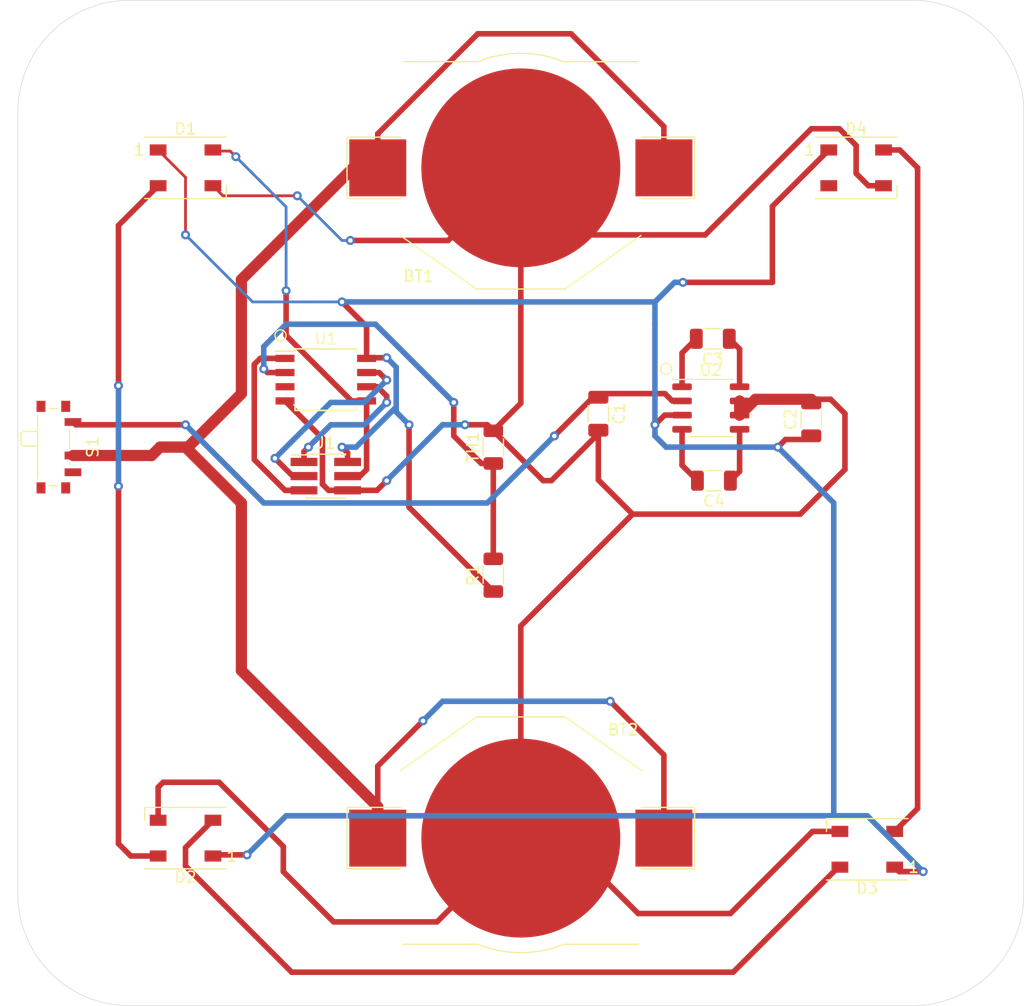
<source format=kicad_pcb>
(kicad_pcb (version 20171130) (host pcbnew "(5.1.8)-1")

  (general
    (thickness 1.6)
    (drawings 10)
    (tracks 227)
    (zones 0)
    (modules 16)
    (nets 20)
  )

  (page A4)
  (title_block
    (title "NeoPixel Coaster")
    (date 2021-01-24)
    (rev A)
    (comment 4 "Sebastian From")
  )

  (layers
    (0 F.Cu signal)
    (31 B.Cu signal)
    (32 B.Adhes user)
    (33 F.Adhes user)
    (34 B.Paste user)
    (35 F.Paste user)
    (36 B.SilkS user)
    (37 F.SilkS user)
    (38 B.Mask user)
    (39 F.Mask user)
    (40 Dwgs.User user)
    (41 Cmts.User user)
    (42 Eco1.User user)
    (43 Eco2.User user)
    (44 Edge.Cuts user)
    (45 Margin user)
    (46 B.CrtYd user)
    (47 F.CrtYd user)
    (48 B.Fab user)
    (49 F.Fab user)
  )

  (setup
    (last_trace_width 0.5)
    (user_trace_width 0.5)
    (user_trace_width 1)
    (trace_clearance 0.2)
    (zone_clearance 0.508)
    (zone_45_only no)
    (trace_min 0.1524)
    (via_size 0.8)
    (via_drill 0.4)
    (via_min_size 0.6858)
    (via_min_drill 0.3302)
    (uvia_size 0.8)
    (uvia_drill 0.4)
    (uvias_allowed no)
    (uvia_min_size 0.6858)
    (uvia_min_drill 0.3302)
    (edge_width 0.05)
    (segment_width 0.2)
    (pcb_text_width 0.3)
    (pcb_text_size 1.5 1.5)
    (mod_edge_width 0.12)
    (mod_text_size 1 1)
    (mod_text_width 0.15)
    (pad_size 1.524 1.524)
    (pad_drill 0.762)
    (pad_to_mask_clearance 0.002)
    (aux_axis_origin 0 0)
    (visible_elements 7FFFFFFF)
    (pcbplotparams
      (layerselection 0x010fc_ffffffff)
      (usegerberextensions false)
      (usegerberattributes true)
      (usegerberadvancedattributes true)
      (creategerberjobfile true)
      (excludeedgelayer true)
      (linewidth 0.100000)
      (plotframeref false)
      (viasonmask false)
      (mode 1)
      (useauxorigin false)
      (hpglpennumber 1)
      (hpglpenspeed 20)
      (hpglpendiameter 15.000000)
      (psnegative false)
      (psa4output false)
      (plotreference true)
      (plotvalue true)
      (plotinvisibletext false)
      (padsonsilk false)
      (subtractmaskfromsilk false)
      (outputformat 1)
      (mirror false)
      (drillshape 1)
      (scaleselection 1)
      (outputdirectory ""))
  )

  (net 0 "")
  (net 1 GND)
  (net 2 "Net-(BT1-Pad1)")
  (net 3 3V)
  (net 4 5V)
  (net 5 "Net-(C3-Pad1)")
  (net 6 "Net-(C3-Pad2)")
  (net 7 "Net-(C4-Pad2)")
  (net 8 "Net-(C4-Pad1)")
  (net 9 MOSI)
  (net 10 "Net-(D1-Pad2)")
  (net 11 "Net-(D2-Pad2)")
  (net 12 "Net-(D3-Pad2)")
  (net 13 "Net-(D4-Pad2)")
  (net 14 MISO)
  (net 15 SCK)
  (net 16 RESET)
  (net 17 SensOut)
  (net 18 "Net-(S1-Pad3)")
  (net 19 "Net-(U1-Pad3)")

  (net_class Default "This is the default net class."
    (clearance 0.2)
    (trace_width 0.25)
    (via_dia 0.8)
    (via_drill 0.4)
    (uvia_dia 0.8)
    (uvia_drill 0.4)
    (add_net 3V)
    (add_net 5V)
    (add_net GND)
    (add_net MISO)
    (add_net MOSI)
    (add_net "Net-(BT1-Pad1)")
    (add_net "Net-(C3-Pad1)")
    (add_net "Net-(C3-Pad2)")
    (add_net "Net-(C4-Pad1)")
    (add_net "Net-(C4-Pad2)")
    (add_net "Net-(D1-Pad2)")
    (add_net "Net-(D2-Pad2)")
    (add_net "Net-(D3-Pad2)")
    (add_net "Net-(D4-Pad2)")
    (add_net "Net-(S1-Pad3)")
    (add_net "Net-(U1-Pad3)")
    (add_net RESET)
    (add_net SCK)
    (add_net SensOut)
  )

  (module LED_SMD:LED_WS2812B_PLCC4_5.0x5.0mm_P3.2mm (layer F.Cu) (tedit 5AA4B285) (tstamp 601D68DF)
    (at 141 106 180)
    (descr https://cdn-shop.adafruit.com/datasheets/WS2812B.pdf)
    (tags "LED RGB NeoPixel")
    (path /60111CFC)
    (attr smd)
    (fp_text reference D3 (at 0 -3.5) (layer F.SilkS)
      (effects (font (size 1 1) (thickness 0.15)))
    )
    (fp_text value WS2812B (at 0 4) (layer F.Fab)
      (effects (font (size 1 1) (thickness 0.15)))
    )
    (fp_text user %R (at 0 0) (layer F.Fab)
      (effects (font (size 0.8 0.8) (thickness 0.15)))
    )
    (fp_text user 1 (at -4.15 -1.6) (layer F.SilkS)
      (effects (font (size 1 1) (thickness 0.15)))
    )
    (fp_line (start 3.45 -2.75) (end -3.45 -2.75) (layer F.CrtYd) (width 0.05))
    (fp_line (start 3.45 2.75) (end 3.45 -2.75) (layer F.CrtYd) (width 0.05))
    (fp_line (start -3.45 2.75) (end 3.45 2.75) (layer F.CrtYd) (width 0.05))
    (fp_line (start -3.45 -2.75) (end -3.45 2.75) (layer F.CrtYd) (width 0.05))
    (fp_line (start 2.5 1.5) (end 1.5 2.5) (layer F.Fab) (width 0.1))
    (fp_line (start -2.5 -2.5) (end -2.5 2.5) (layer F.Fab) (width 0.1))
    (fp_line (start -2.5 2.5) (end 2.5 2.5) (layer F.Fab) (width 0.1))
    (fp_line (start 2.5 2.5) (end 2.5 -2.5) (layer F.Fab) (width 0.1))
    (fp_line (start 2.5 -2.5) (end -2.5 -2.5) (layer F.Fab) (width 0.1))
    (fp_line (start -3.65 -2.75) (end 3.65 -2.75) (layer F.SilkS) (width 0.12))
    (fp_line (start -3.65 2.75) (end 3.65 2.75) (layer F.SilkS) (width 0.12))
    (fp_line (start 3.65 2.75) (end 3.65 1.6) (layer F.SilkS) (width 0.12))
    (fp_circle (center 0 0) (end 0 -2) (layer F.Fab) (width 0.1))
    (pad 1 smd rect (at -2.45 -1.6 180) (size 1.5 1) (layers F.Cu F.Paste F.Mask)
      (net 4 5V))
    (pad 2 smd rect (at -2.45 1.6 180) (size 1.5 1) (layers F.Cu F.Paste F.Mask)
      (net 12 "Net-(D3-Pad2)"))
    (pad 4 smd rect (at 2.45 -1.6 180) (size 1.5 1) (layers F.Cu F.Paste F.Mask)
      (net 11 "Net-(D2-Pad2)"))
    (pad 3 smd rect (at 2.45 1.6 180) (size 1.5 1) (layers F.Cu F.Paste F.Mask)
      (net 1 GND))
    (model ${KISYS3DMOD}/LED_SMD.3dshapes/LED_WS2812B_PLCC4_5.0x5.0mm_P3.2mm.wrl
      (at (xyz 0 0 0))
      (scale (xyz 1 1 1))
      (rotate (xyz 0 0 0))
    )
  )

  (module Capacitor_SMD:C_1206_3216Metric (layer F.Cu) (tedit 5F68FEEE) (tstamp 600E1E29)
    (at 135.986 67.516 90)
    (descr "Capacitor SMD 1206 (3216 Metric), square (rectangular) end terminal, IPC_7351 nominal, (Body size source: IPC-SM-782 page 76, https://www.pcb-3d.com/wordpress/wp-content/uploads/ipc-sm-782a_amendment_1_and_2.pdf), generated with kicad-footprint-generator")
    (tags capacitor)
    (path /600E1EEE)
    (attr smd)
    (fp_text reference C2 (at 0 -1.85 90) (layer F.SilkS)
      (effects (font (size 1 1) (thickness 0.15)))
    )
    (fp_text value 10u (at 0 1.85 90) (layer F.Fab)
      (effects (font (size 1 1) (thickness 0.15)))
    )
    (fp_line (start 2.3 1.15) (end -2.3 1.15) (layer F.CrtYd) (width 0.05))
    (fp_line (start 2.3 -1.15) (end 2.3 1.15) (layer F.CrtYd) (width 0.05))
    (fp_line (start -2.3 -1.15) (end 2.3 -1.15) (layer F.CrtYd) (width 0.05))
    (fp_line (start -2.3 1.15) (end -2.3 -1.15) (layer F.CrtYd) (width 0.05))
    (fp_line (start -0.711252 0.91) (end 0.711252 0.91) (layer F.SilkS) (width 0.12))
    (fp_line (start -0.711252 -0.91) (end 0.711252 -0.91) (layer F.SilkS) (width 0.12))
    (fp_line (start 1.6 0.8) (end -1.6 0.8) (layer F.Fab) (width 0.1))
    (fp_line (start 1.6 -0.8) (end 1.6 0.8) (layer F.Fab) (width 0.1))
    (fp_line (start -1.6 -0.8) (end 1.6 -0.8) (layer F.Fab) (width 0.1))
    (fp_line (start -1.6 0.8) (end -1.6 -0.8) (layer F.Fab) (width 0.1))
    (fp_text user %R (at 0 0 90) (layer F.Fab)
      (effects (font (size 0.8 0.8) (thickness 0.12)))
    )
    (pad 2 smd roundrect (at 1.475 0 90) (size 1.15 1.8) (layers F.Cu F.Paste F.Mask) (roundrect_rratio 0.217391)
      (net 1 GND))
    (pad 1 smd roundrect (at -1.475 0 90) (size 1.15 1.8) (layers F.Cu F.Paste F.Mask) (roundrect_rratio 0.217391)
      (net 4 5V))
    (model ${KISYS3DMOD}/Capacitor_SMD.3dshapes/C_1206_3216Metric.wrl
      (at (xyz 0 0 0))
      (scale (xyz 1 1 1))
      (rotate (xyz 0 0 0))
    )
  )

  (module Capacitor_SMD:C_1206_3216Metric (layer F.Cu) (tedit 5F68FEEE) (tstamp 600E1E01)
    (at 116.936 67.008 270)
    (descr "Capacitor SMD 1206 (3216 Metric), square (rectangular) end terminal, IPC_7351 nominal, (Body size source: IPC-SM-782 page 76, https://www.pcb-3d.com/wordpress/wp-content/uploads/ipc-sm-782a_amendment_1_and_2.pdf), generated with kicad-footprint-generator")
    (tags capacitor)
    (path /600E0361)
    (attr smd)
    (fp_text reference C1 (at 0 -1.85 90) (layer F.SilkS)
      (effects (font (size 1 1) (thickness 0.15)))
    )
    (fp_text value 10u (at 0 1.85 90) (layer F.Fab)
      (effects (font (size 1 1) (thickness 0.15)))
    )
    (fp_line (start 2.3 1.15) (end -2.3 1.15) (layer F.CrtYd) (width 0.05))
    (fp_line (start 2.3 -1.15) (end 2.3 1.15) (layer F.CrtYd) (width 0.05))
    (fp_line (start -2.3 -1.15) (end 2.3 -1.15) (layer F.CrtYd) (width 0.05))
    (fp_line (start -2.3 1.15) (end -2.3 -1.15) (layer F.CrtYd) (width 0.05))
    (fp_line (start -0.711252 0.91) (end 0.711252 0.91) (layer F.SilkS) (width 0.12))
    (fp_line (start -0.711252 -0.91) (end 0.711252 -0.91) (layer F.SilkS) (width 0.12))
    (fp_line (start 1.6 0.8) (end -1.6 0.8) (layer F.Fab) (width 0.1))
    (fp_line (start 1.6 -0.8) (end 1.6 0.8) (layer F.Fab) (width 0.1))
    (fp_line (start -1.6 -0.8) (end 1.6 -0.8) (layer F.Fab) (width 0.1))
    (fp_line (start -1.6 0.8) (end -1.6 -0.8) (layer F.Fab) (width 0.1))
    (fp_text user %R (at 0 0 90) (layer F.Fab)
      (effects (font (size 0.8 0.8) (thickness 0.12)))
    )
    (pad 2 smd roundrect (at 1.475 0 270) (size 1.15 1.8) (layers F.Cu F.Paste F.Mask) (roundrect_rratio 0.217391)
      (net 1 GND))
    (pad 1 smd roundrect (at -1.475 0 270) (size 1.15 1.8) (layers F.Cu F.Paste F.Mask) (roundrect_rratio 0.217391)
      (net 3 3V))
    (model ${KISYS3DMOD}/Capacitor_SMD.3dshapes/C_1206_3216Metric.wrl
      (at (xyz 0 0 0))
      (scale (xyz 1 1 1))
      (rotate (xyz 0 0 0))
    )
  )

  (module Package_SO:SOIJ-8_5.3x5.3mm_P1.27mm (layer F.Cu) (tedit 5A02F2D3) (tstamp 600E252B)
    (at 92.552 63.96)
    (descr "8-Lead Plastic Small Outline (SM) - Medium, 5.28 mm Body [SOIC] (see Microchip Packaging Specification 00000049BS.pdf)")
    (tags "SOIC 1.27")
    (path /600E45F2)
    (attr smd)
    (fp_text reference U1 (at 0 -3.68) (layer F.SilkS)
      (effects (font (size 1 1) (thickness 0.15)))
    )
    (fp_text value ATtiny85-20SU (at 0 3.68) (layer F.Fab)
      (effects (font (size 1 1) (thickness 0.15)))
    )
    (fp_line (start -2.75 -2.55) (end -4.5 -2.55) (layer F.SilkS) (width 0.15))
    (fp_line (start -2.75 2.755) (end 2.75 2.755) (layer F.SilkS) (width 0.15))
    (fp_line (start -2.75 -2.755) (end 2.75 -2.755) (layer F.SilkS) (width 0.15))
    (fp_line (start -2.75 2.755) (end -2.75 2.455) (layer F.SilkS) (width 0.15))
    (fp_line (start 2.75 2.755) (end 2.75 2.455) (layer F.SilkS) (width 0.15))
    (fp_line (start 2.75 -2.755) (end 2.75 -2.455) (layer F.SilkS) (width 0.15))
    (fp_line (start -2.75 -2.755) (end -2.75 -2.55) (layer F.SilkS) (width 0.15))
    (fp_line (start -4.75 2.95) (end 4.75 2.95) (layer F.CrtYd) (width 0.05))
    (fp_line (start -4.75 -2.95) (end 4.75 -2.95) (layer F.CrtYd) (width 0.05))
    (fp_line (start 4.75 -2.95) (end 4.75 2.95) (layer F.CrtYd) (width 0.05))
    (fp_line (start -4.75 -2.95) (end -4.75 2.95) (layer F.CrtYd) (width 0.05))
    (fp_line (start -2.65 -1.65) (end -1.65 -2.65) (layer F.Fab) (width 0.15))
    (fp_line (start -2.65 2.65) (end -2.65 -1.65) (layer F.Fab) (width 0.15))
    (fp_line (start 2.65 2.65) (end -2.65 2.65) (layer F.Fab) (width 0.15))
    (fp_line (start 2.65 -2.65) (end 2.65 2.65) (layer F.Fab) (width 0.15))
    (fp_line (start -1.65 -2.65) (end 2.65 -2.65) (layer F.Fab) (width 0.15))
    (fp_text user %R (at 0 0) (layer F.Fab)
      (effects (font (size 1 1) (thickness 0.15)))
    )
    (pad 1 smd rect (at -3.65 -1.905) (size 1.7 0.65) (layers F.Cu F.Paste F.Mask)
      (net 16 RESET))
    (pad 2 smd rect (at -3.65 -0.635) (size 1.7 0.65) (layers F.Cu F.Paste F.Mask)
      (net 17 SensOut))
    (pad 3 smd rect (at -3.65 0.635) (size 1.7 0.65) (layers F.Cu F.Paste F.Mask)
      (net 19 "Net-(U1-Pad3)"))
    (pad 4 smd rect (at -3.65 1.905) (size 1.7 0.65) (layers F.Cu F.Paste F.Mask)
      (net 1 GND))
    (pad 5 smd rect (at 3.65 1.905) (size 1.7 0.65) (layers F.Cu F.Paste F.Mask)
      (net 9 MOSI))
    (pad 6 smd rect (at 3.65 0.635) (size 1.7 0.65) (layers F.Cu F.Paste F.Mask)
      (net 14 MISO))
    (pad 7 smd rect (at 3.65 -0.635) (size 1.7 0.65) (layers F.Cu F.Paste F.Mask)
      (net 15 SCK))
    (pad 8 smd rect (at 3.65 -1.905) (size 1.7 0.65) (layers F.Cu F.Paste F.Mask)
      (net 4 5V))
    (model ${KISYS3DMOD}/Package_SO.3dshapes/SOIJ-8_5.3x5.3mm_P1.27mm.wrl
      (at (xyz 0 0 0))
      (scale (xyz 1 1 1))
      (rotate (xyz 0 0 0))
    )
  )

  (module Battery:BatteryHolder_Keystone_3002_1x2032 (layer F.Cu) (tedit 5D9C7E9A) (tstamp 600E1DA6)
    (at 110 45)
    (descr https://www.tme.eu/it/Document/a823211ec201a9e209042d155fe22d2b/KEYS2996.pdf)
    (tags "BR2016 CR2016 DL2016 BR2020 CL2020 BR2025 CR2025 DL2025 DR2032 CR2032 DL2032")
    (path /6015AA75)
    (attr smd)
    (fp_text reference BT1 (at -9.15 9.7) (layer F.SilkS)
      (effects (font (size 1 1) (thickness 0.15)))
    )
    (fp_text value Battery_Cell_Holder_SMD (at 0 -11) (layer F.Fab)
      (effects (font (size 1 1) (thickness 0.15)))
    )
    (fp_line (start 15.55 -2.75) (end 10.75 -2.75) (layer F.SilkS) (width 0.12))
    (fp_line (start 15.55 2.75) (end 15.55 -2.75) (layer F.SilkS) (width 0.12))
    (fp_line (start 10.75 2.75) (end 15.55 2.75) (layer F.SilkS) (width 0.12))
    (fp_line (start -15.55 2.75) (end -10.75 2.75) (layer F.SilkS) (width 0.12))
    (fp_line (start -15.55 -2.75) (end -15.55 2.75) (layer F.SilkS) (width 0.12))
    (fp_line (start -10.75 -2.75) (end -15.55 -2.75) (layer F.SilkS) (width 0.12))
    (fp_line (start -15.85 3.05) (end -15.85 -3.05) (layer F.CrtYd) (width 0.05))
    (fp_line (start -11.05 3.05) (end -15.85 3.05) (layer F.CrtYd) (width 0.05))
    (fp_line (start -11.05 6.35) (end -11.05 3.05) (layer F.CrtYd) (width 0.05))
    (fp_line (start -4.3 11.1) (end -11.05 6.35) (layer F.CrtYd) (width 0.05))
    (fp_line (start 4.3 11.1) (end -4.3 11.1) (layer F.CrtYd) (width 0.05))
    (fp_line (start 11.05 6.35) (end 4.3 11.1) (layer F.CrtYd) (width 0.05))
    (fp_line (start 11.05 3.05) (end 11.05 6.35) (layer F.CrtYd) (width 0.05))
    (fp_line (start 15.85 3.05) (end 11.05 3.05) (layer F.CrtYd) (width 0.05))
    (fp_line (start 15.85 -3.05) (end 15.85 3.05) (layer F.CrtYd) (width 0.05))
    (fp_line (start 11.05 -3.05) (end 15.85 -3.05) (layer F.CrtYd) (width 0.05))
    (fp_line (start 11.05 -9.8) (end 11.05 -3.05) (layer F.CrtYd) (width 0.05))
    (fp_line (start 11.05 -9.8) (end 3.9 -9.8) (layer F.CrtYd) (width 0.05))
    (fp_line (start -11.05 -9.8) (end -3.9 -9.8) (layer F.CrtYd) (width 0.05))
    (fp_line (start -11.05 -3.05) (end -11.05 -9.8) (layer F.CrtYd) (width 0.05))
    (fp_line (start -15.85 -3.05) (end -11.05 -3.05) (layer F.CrtYd) (width 0.05))
    (fp_line (start 10.55 -9.5) (end 3.85 -9.5) (layer F.SilkS) (width 0.12))
    (fp_line (start -10.55 -9.5) (end -3.85 -9.5) (layer F.SilkS) (width 0.12))
    (fp_circle (center 0 0) (end 10 0) (layer Dwgs.User) (width 0.2))
    (fp_line (start 10.55 5.9) (end 3.8 10.6) (layer F.Fab) (width 0.1))
    (fp_line (start 3.95 10.85) (end 10.75 6.05) (layer F.SilkS) (width 0.12))
    (fp_line (start -3.95 10.85) (end 3.95 10.85) (layer F.SilkS) (width 0.12))
    (fp_line (start -10.8 6.05) (end -3.95 10.85) (layer F.SilkS) (width 0.12))
    (fp_line (start -10.55 5.85) (end -3.8 10.6) (layer F.Fab) (width 0.1))
    (fp_line (start -10.55 -2.55) (end -10.55 -9.3) (layer F.Fab) (width 0.1))
    (fp_line (start 10.55 -9.3) (end -10.55 -9.3) (layer F.Fab) (width 0.1))
    (fp_line (start 10.55 -2.55) (end 10.55 -9.3) (layer F.Fab) (width 0.1))
    (fp_line (start 15.35 -2.55) (end 10.55 -2.55) (layer F.Fab) (width 0.1))
    (fp_line (start 15.35 2.55) (end 15.35 -2.55) (layer F.Fab) (width 0.1))
    (fp_line (start 10.55 2.55) (end 15.35 2.55) (layer F.Fab) (width 0.1))
    (fp_line (start -3.8 10.6) (end 3.8 10.6) (layer F.Fab) (width 0.1))
    (fp_line (start 10.55 2.55) (end 10.55 5.9) (layer F.Fab) (width 0.1))
    (fp_line (start -10.55 2.55) (end -10.55 5.85) (layer F.Fab) (width 0.1))
    (fp_line (start -15.35 -2.55) (end -10.55 -2.55) (layer F.Fab) (width 0.1))
    (fp_line (start -15.35 2.55) (end -10.55 2.55) (layer F.Fab) (width 0.1))
    (fp_line (start -15.35 -2.55) (end -15.35 2.55) (layer F.Fab) (width 0.1))
    (fp_arc (start 0 0) (end 3.85 -9.5) (angle -44.1) (layer F.SilkS) (width 0.12))
    (fp_arc (start 0 0) (end 3.9 -9.8) (angle -43.40107348) (layer F.CrtYd) (width 0.05))
    (fp_text user %R (at -9.15 9.7) (layer F.Fab)
      (effects (font (size 1 1) (thickness 0.15)))
    )
    (pad 2 smd circle (at 0 0) (size 17.8 17.8) (layers F.Cu F.Mask)
      (net 1 GND))
    (pad 1 smd rect (at -12.8 0) (size 5.1 5.1) (layers F.Cu F.Paste F.Mask)
      (net 2 "Net-(BT1-Pad1)"))
    (pad 1 smd rect (at 12.8 0) (size 5.1 5.1) (layers F.Cu F.Paste F.Mask)
      (net 2 "Net-(BT1-Pad1)"))
    (model ${KISYS3DMOD}/Battery.3dshapes/BatteryHolder_Keystone_3002_1x2032.wrl
      (at (xyz 0 0 0))
      (scale (xyz 1 1 1))
      (rotate (xyz 0 0 0))
    )
  )

  (module Battery:BatteryHolder_Keystone_3002_1x2032 (layer F.Cu) (tedit 5D9C7E9A) (tstamp 600E1DD9)
    (at 110 105 180)
    (descr https://www.tme.eu/it/Document/a823211ec201a9e209042d155fe22d2b/KEYS2996.pdf)
    (tags "BR2016 CR2016 DL2016 BR2020 CL2020 BR2025 CR2025 DL2025 DR2032 CR2032 DL2032")
    (path /60159657)
    (attr smd)
    (fp_text reference BT2 (at -9.15 9.7) (layer F.SilkS)
      (effects (font (size 1 1) (thickness 0.15)))
    )
    (fp_text value Battery_Cell_Holder_SMD (at 0 -11) (layer F.Fab)
      (effects (font (size 1 1) (thickness 0.15)))
    )
    (fp_line (start -15.35 -2.55) (end -15.35 2.55) (layer F.Fab) (width 0.1))
    (fp_line (start -15.35 2.55) (end -10.55 2.55) (layer F.Fab) (width 0.1))
    (fp_line (start -15.35 -2.55) (end -10.55 -2.55) (layer F.Fab) (width 0.1))
    (fp_line (start -10.55 2.55) (end -10.55 5.85) (layer F.Fab) (width 0.1))
    (fp_line (start 10.55 2.55) (end 10.55 5.9) (layer F.Fab) (width 0.1))
    (fp_line (start -3.8 10.6) (end 3.8 10.6) (layer F.Fab) (width 0.1))
    (fp_line (start 10.55 2.55) (end 15.35 2.55) (layer F.Fab) (width 0.1))
    (fp_line (start 15.35 2.55) (end 15.35 -2.55) (layer F.Fab) (width 0.1))
    (fp_line (start 15.35 -2.55) (end 10.55 -2.55) (layer F.Fab) (width 0.1))
    (fp_line (start 10.55 -2.55) (end 10.55 -9.3) (layer F.Fab) (width 0.1))
    (fp_line (start 10.55 -9.3) (end -10.55 -9.3) (layer F.Fab) (width 0.1))
    (fp_line (start -10.55 -2.55) (end -10.55 -9.3) (layer F.Fab) (width 0.1))
    (fp_line (start -10.55 5.85) (end -3.8 10.6) (layer F.Fab) (width 0.1))
    (fp_line (start -10.8 6.05) (end -3.95 10.85) (layer F.SilkS) (width 0.12))
    (fp_line (start -3.95 10.85) (end 3.95 10.85) (layer F.SilkS) (width 0.12))
    (fp_line (start 3.95 10.85) (end 10.75 6.05) (layer F.SilkS) (width 0.12))
    (fp_line (start 10.55 5.9) (end 3.8 10.6) (layer F.Fab) (width 0.1))
    (fp_circle (center 0 0) (end 10 0) (layer Dwgs.User) (width 0.2))
    (fp_line (start -10.55 -9.5) (end -3.85 -9.5) (layer F.SilkS) (width 0.12))
    (fp_line (start 10.55 -9.5) (end 3.85 -9.5) (layer F.SilkS) (width 0.12))
    (fp_line (start -15.85 -3.05) (end -11.05 -3.05) (layer F.CrtYd) (width 0.05))
    (fp_line (start -11.05 -3.05) (end -11.05 -9.8) (layer F.CrtYd) (width 0.05))
    (fp_line (start -11.05 -9.8) (end -3.9 -9.8) (layer F.CrtYd) (width 0.05))
    (fp_line (start 11.05 -9.8) (end 3.9 -9.8) (layer F.CrtYd) (width 0.05))
    (fp_line (start 11.05 -9.8) (end 11.05 -3.05) (layer F.CrtYd) (width 0.05))
    (fp_line (start 11.05 -3.05) (end 15.85 -3.05) (layer F.CrtYd) (width 0.05))
    (fp_line (start 15.85 -3.05) (end 15.85 3.05) (layer F.CrtYd) (width 0.05))
    (fp_line (start 15.85 3.05) (end 11.05 3.05) (layer F.CrtYd) (width 0.05))
    (fp_line (start 11.05 3.05) (end 11.05 6.35) (layer F.CrtYd) (width 0.05))
    (fp_line (start 11.05 6.35) (end 4.3 11.1) (layer F.CrtYd) (width 0.05))
    (fp_line (start 4.3 11.1) (end -4.3 11.1) (layer F.CrtYd) (width 0.05))
    (fp_line (start -4.3 11.1) (end -11.05 6.35) (layer F.CrtYd) (width 0.05))
    (fp_line (start -11.05 6.35) (end -11.05 3.05) (layer F.CrtYd) (width 0.05))
    (fp_line (start -11.05 3.05) (end -15.85 3.05) (layer F.CrtYd) (width 0.05))
    (fp_line (start -15.85 3.05) (end -15.85 -3.05) (layer F.CrtYd) (width 0.05))
    (fp_line (start -10.75 -2.75) (end -15.55 -2.75) (layer F.SilkS) (width 0.12))
    (fp_line (start -15.55 -2.75) (end -15.55 2.75) (layer F.SilkS) (width 0.12))
    (fp_line (start -15.55 2.75) (end -10.75 2.75) (layer F.SilkS) (width 0.12))
    (fp_line (start 10.75 2.75) (end 15.55 2.75) (layer F.SilkS) (width 0.12))
    (fp_line (start 15.55 2.75) (end 15.55 -2.75) (layer F.SilkS) (width 0.12))
    (fp_line (start 15.55 -2.75) (end 10.75 -2.75) (layer F.SilkS) (width 0.12))
    (fp_text user %R (at -9.15 9.7) (layer F.Fab)
      (effects (font (size 1 1) (thickness 0.15)))
    )
    (fp_arc (start 0 0) (end 3.9 -9.8) (angle -43.40107348) (layer F.CrtYd) (width 0.05))
    (fp_arc (start 0 0) (end 3.85 -9.5) (angle -44.1) (layer F.SilkS) (width 0.12))
    (pad 1 smd rect (at 12.8 0 180) (size 5.1 5.1) (layers F.Cu F.Paste F.Mask)
      (net 2 "Net-(BT1-Pad1)"))
    (pad 1 smd rect (at -12.8 0 180) (size 5.1 5.1) (layers F.Cu F.Paste F.Mask)
      (net 2 "Net-(BT1-Pad1)"))
    (pad 2 smd circle (at 0 0 180) (size 17.8 17.8) (layers F.Cu F.Mask)
      (net 1 GND))
    (model ${KISYS3DMOD}/Battery.3dshapes/BatteryHolder_Keystone_3002_1x2032.wrl
      (at (xyz 0 0 0))
      (scale (xyz 1 1 1))
      (rotate (xyz 0 0 0))
    )
  )

  (module Capacitor_SMD:C_1206_3216Metric (layer F.Cu) (tedit 5F68FEEE) (tstamp 600E1E3A)
    (at 127.175 60.3 180)
    (descr "Capacitor SMD 1206 (3216 Metric), square (rectangular) end terminal, IPC_7351 nominal, (Body size source: IPC-SM-782 page 76, https://www.pcb-3d.com/wordpress/wp-content/uploads/ipc-sm-782a_amendment_1_and_2.pdf), generated with kicad-footprint-generator")
    (tags capacitor)
    (path /600DBBDF)
    (attr smd)
    (fp_text reference C3 (at 0 -1.85) (layer F.SilkS)
      (effects (font (size 1 1) (thickness 0.15)))
    )
    (fp_text value 0.22u (at 0 1.85) (layer F.Fab)
      (effects (font (size 1 1) (thickness 0.15)))
    )
    (fp_line (start 2.3 1.15) (end -2.3 1.15) (layer F.CrtYd) (width 0.05))
    (fp_line (start 2.3 -1.15) (end 2.3 1.15) (layer F.CrtYd) (width 0.05))
    (fp_line (start -2.3 -1.15) (end 2.3 -1.15) (layer F.CrtYd) (width 0.05))
    (fp_line (start -2.3 1.15) (end -2.3 -1.15) (layer F.CrtYd) (width 0.05))
    (fp_line (start -0.711252 0.91) (end 0.711252 0.91) (layer F.SilkS) (width 0.12))
    (fp_line (start -0.711252 -0.91) (end 0.711252 -0.91) (layer F.SilkS) (width 0.12))
    (fp_line (start 1.6 0.8) (end -1.6 0.8) (layer F.Fab) (width 0.1))
    (fp_line (start 1.6 -0.8) (end 1.6 0.8) (layer F.Fab) (width 0.1))
    (fp_line (start -1.6 -0.8) (end 1.6 -0.8) (layer F.Fab) (width 0.1))
    (fp_line (start -1.6 0.8) (end -1.6 -0.8) (layer F.Fab) (width 0.1))
    (fp_text user %R (at 0 0) (layer F.Fab)
      (effects (font (size 0.8 0.8) (thickness 0.12)))
    )
    (pad 1 smd roundrect (at -1.475 0 180) (size 1.15 1.8) (layers F.Cu F.Paste F.Mask) (roundrect_rratio 0.217391)
      (net 5 "Net-(C3-Pad1)"))
    (pad 2 smd roundrect (at 1.475 0 180) (size 1.15 1.8) (layers F.Cu F.Paste F.Mask) (roundrect_rratio 0.217391)
      (net 6 "Net-(C3-Pad2)"))
    (model ${KISYS3DMOD}/Capacitor_SMD.3dshapes/C_1206_3216Metric.wrl
      (at (xyz 0 0 0))
      (scale (xyz 1 1 1))
      (rotate (xyz 0 0 0))
    )
  )

  (module Capacitor_SMD:C_1206_3216Metric (layer F.Cu) (tedit 5F68FEEE) (tstamp 600E2B4E)
    (at 127.275 73 180)
    (descr "Capacitor SMD 1206 (3216 Metric), square (rectangular) end terminal, IPC_7351 nominal, (Body size source: IPC-SM-782 page 76, https://www.pcb-3d.com/wordpress/wp-content/uploads/ipc-sm-782a_amendment_1_and_2.pdf), generated with kicad-footprint-generator")
    (tags capacitor)
    (path /600DC86E)
    (attr smd)
    (fp_text reference C4 (at 0 -1.85) (layer F.SilkS)
      (effects (font (size 1 1) (thickness 0.15)))
    )
    (fp_text value 0.22u (at 0 1.85) (layer F.Fab)
      (effects (font (size 1 1) (thickness 0.15)))
    )
    (fp_line (start -1.6 0.8) (end -1.6 -0.8) (layer F.Fab) (width 0.1))
    (fp_line (start -1.6 -0.8) (end 1.6 -0.8) (layer F.Fab) (width 0.1))
    (fp_line (start 1.6 -0.8) (end 1.6 0.8) (layer F.Fab) (width 0.1))
    (fp_line (start 1.6 0.8) (end -1.6 0.8) (layer F.Fab) (width 0.1))
    (fp_line (start -0.711252 -0.91) (end 0.711252 -0.91) (layer F.SilkS) (width 0.12))
    (fp_line (start -0.711252 0.91) (end 0.711252 0.91) (layer F.SilkS) (width 0.12))
    (fp_line (start -2.3 1.15) (end -2.3 -1.15) (layer F.CrtYd) (width 0.05))
    (fp_line (start -2.3 -1.15) (end 2.3 -1.15) (layer F.CrtYd) (width 0.05))
    (fp_line (start 2.3 -1.15) (end 2.3 1.15) (layer F.CrtYd) (width 0.05))
    (fp_line (start 2.3 1.15) (end -2.3 1.15) (layer F.CrtYd) (width 0.05))
    (fp_text user %R (at 0 0) (layer F.Fab)
      (effects (font (size 0.8 0.8) (thickness 0.12)))
    )
    (pad 2 smd roundrect (at 1.475 0 180) (size 1.15 1.8) (layers F.Cu F.Paste F.Mask) (roundrect_rratio 0.217391)
      (net 7 "Net-(C4-Pad2)"))
    (pad 1 smd roundrect (at -1.475 0 180) (size 1.15 1.8) (layers F.Cu F.Paste F.Mask) (roundrect_rratio 0.217391)
      (net 8 "Net-(C4-Pad1)"))
    (model ${KISYS3DMOD}/Capacitor_SMD.3dshapes/C_1206_3216Metric.wrl
      (at (xyz 0 0 0))
      (scale (xyz 1 1 1))
      (rotate (xyz 0 0 0))
    )
  )

  (module Connector_PinHeader_1.27mm:PinHeader_2x03_P1.27mm_Vertical_SMD (layer F.Cu) (tedit 59FED6E3) (tstamp 600E3090)
    (at 92.552 72.596)
    (descr "surface-mounted straight pin header, 2x03, 1.27mm pitch, double rows")
    (tags "Surface mounted pin header SMD 2x03 1.27mm double row")
    (path /601039E3)
    (attr smd)
    (fp_text reference J1 (at 0 -2.965) (layer F.SilkS)
      (effects (font (size 1 1) (thickness 0.15)))
    )
    (fp_text value Conn_02x03_Odd_Even (at 0 2.965) (layer F.Fab)
      (effects (font (size 1 1) (thickness 0.15)))
    )
    (fp_line (start 4.3 -2.45) (end -4.3 -2.45) (layer F.CrtYd) (width 0.05))
    (fp_line (start 4.3 2.45) (end 4.3 -2.45) (layer F.CrtYd) (width 0.05))
    (fp_line (start -4.3 2.45) (end 4.3 2.45) (layer F.CrtYd) (width 0.05))
    (fp_line (start -4.3 -2.45) (end -4.3 2.45) (layer F.CrtYd) (width 0.05))
    (fp_line (start 1.765 1.9) (end 1.765 1.965) (layer F.SilkS) (width 0.12))
    (fp_line (start -1.765 1.9) (end -1.765 1.965) (layer F.SilkS) (width 0.12))
    (fp_line (start 1.765 -1.965) (end 1.765 -1.9) (layer F.SilkS) (width 0.12))
    (fp_line (start -1.765 -1.965) (end -1.765 -1.9) (layer F.SilkS) (width 0.12))
    (fp_line (start -3.09 -1.9) (end -1.765 -1.9) (layer F.SilkS) (width 0.12))
    (fp_line (start -1.765 1.965) (end 1.765 1.965) (layer F.SilkS) (width 0.12))
    (fp_line (start -1.765 -1.965) (end 1.765 -1.965) (layer F.SilkS) (width 0.12))
    (fp_line (start 2.75 1.47) (end 1.705 1.47) (layer F.Fab) (width 0.1))
    (fp_line (start 2.75 1.07) (end 2.75 1.47) (layer F.Fab) (width 0.1))
    (fp_line (start 1.705 1.07) (end 2.75 1.07) (layer F.Fab) (width 0.1))
    (fp_line (start -2.75 1.47) (end -1.705 1.47) (layer F.Fab) (width 0.1))
    (fp_line (start -2.75 1.07) (end -2.75 1.47) (layer F.Fab) (width 0.1))
    (fp_line (start -1.705 1.07) (end -2.75 1.07) (layer F.Fab) (width 0.1))
    (fp_line (start 2.75 0.2) (end 1.705 0.2) (layer F.Fab) (width 0.1))
    (fp_line (start 2.75 -0.2) (end 2.75 0.2) (layer F.Fab) (width 0.1))
    (fp_line (start 1.705 -0.2) (end 2.75 -0.2) (layer F.Fab) (width 0.1))
    (fp_line (start -2.75 0.2) (end -1.705 0.2) (layer F.Fab) (width 0.1))
    (fp_line (start -2.75 -0.2) (end -2.75 0.2) (layer F.Fab) (width 0.1))
    (fp_line (start -1.705 -0.2) (end -2.75 -0.2) (layer F.Fab) (width 0.1))
    (fp_line (start 2.75 -1.07) (end 1.705 -1.07) (layer F.Fab) (width 0.1))
    (fp_line (start 2.75 -1.47) (end 2.75 -1.07) (layer F.Fab) (width 0.1))
    (fp_line (start 1.705 -1.47) (end 2.75 -1.47) (layer F.Fab) (width 0.1))
    (fp_line (start -2.75 -1.07) (end -1.705 -1.07) (layer F.Fab) (width 0.1))
    (fp_line (start -2.75 -1.47) (end -2.75 -1.07) (layer F.Fab) (width 0.1))
    (fp_line (start -1.705 -1.47) (end -2.75 -1.47) (layer F.Fab) (width 0.1))
    (fp_line (start 1.705 -1.905) (end 1.705 1.905) (layer F.Fab) (width 0.1))
    (fp_line (start -1.705 -1.47) (end -1.27 -1.905) (layer F.Fab) (width 0.1))
    (fp_line (start -1.705 1.905) (end -1.705 -1.47) (layer F.Fab) (width 0.1))
    (fp_line (start -1.27 -1.905) (end 1.705 -1.905) (layer F.Fab) (width 0.1))
    (fp_line (start 1.705 1.905) (end -1.705 1.905) (layer F.Fab) (width 0.1))
    (fp_text user %R (at 0 0 90) (layer F.Fab)
      (effects (font (size 1 1) (thickness 0.15)))
    )
    (pad 1 smd rect (at -1.95 -1.27) (size 2.4 0.74) (layers F.Cu F.Paste F.Mask)
      (net 14 MISO))
    (pad 2 smd rect (at 1.95 -1.27) (size 2.4 0.74) (layers F.Cu F.Paste F.Mask)
      (net 4 5V))
    (pad 3 smd rect (at -1.95 0) (size 2.4 0.74) (layers F.Cu F.Paste F.Mask)
      (net 15 SCK))
    (pad 4 smd rect (at 1.95 0) (size 2.4 0.74) (layers F.Cu F.Paste F.Mask)
      (net 9 MOSI))
    (pad 5 smd rect (at -1.95 1.27) (size 2.4 0.74) (layers F.Cu F.Paste F.Mask)
      (net 16 RESET))
    (pad 6 smd rect (at 1.95 1.27) (size 2.4 0.74) (layers F.Cu F.Paste F.Mask)
      (net 1 GND))
    (model ${KISYS3DMOD}/Connector_PinHeader_1.27mm.3dshapes/PinHeader_2x03_P1.27mm_Vertical_SMD.wrl
      (at (xyz 0 0 0))
      (scale (xyz 1 1 1))
      (rotate (xyz 0 0 0))
    )
  )

  (module Resistor_SMD:R_1206_3216Metric (layer F.Cu) (tedit 5F68FEEE) (tstamp 600E1EB9)
    (at 107.538 81.4625 90)
    (descr "Resistor SMD 1206 (3216 Metric), square (rectangular) end terminal, IPC_7351 nominal, (Body size source: IPC-SM-782 page 72, https://www.pcb-3d.com/wordpress/wp-content/uploads/ipc-sm-782a_amendment_1_and_2.pdf), generated with kicad-footprint-generator")
    (tags resistor)
    (path /6011D530)
    (attr smd)
    (fp_text reference R1 (at 0 -1.82 90) (layer F.SilkS)
      (effects (font (size 1 1) (thickness 0.15)))
    )
    (fp_text value 100k (at 0 1.82 90) (layer F.Fab)
      (effects (font (size 1 1) (thickness 0.15)))
    )
    (fp_line (start 2.28 1.12) (end -2.28 1.12) (layer F.CrtYd) (width 0.05))
    (fp_line (start 2.28 -1.12) (end 2.28 1.12) (layer F.CrtYd) (width 0.05))
    (fp_line (start -2.28 -1.12) (end 2.28 -1.12) (layer F.CrtYd) (width 0.05))
    (fp_line (start -2.28 1.12) (end -2.28 -1.12) (layer F.CrtYd) (width 0.05))
    (fp_line (start -0.727064 0.91) (end 0.727064 0.91) (layer F.SilkS) (width 0.12))
    (fp_line (start -0.727064 -0.91) (end 0.727064 -0.91) (layer F.SilkS) (width 0.12))
    (fp_line (start 1.6 0.8) (end -1.6 0.8) (layer F.Fab) (width 0.1))
    (fp_line (start 1.6 -0.8) (end 1.6 0.8) (layer F.Fab) (width 0.1))
    (fp_line (start -1.6 -0.8) (end 1.6 -0.8) (layer F.Fab) (width 0.1))
    (fp_line (start -1.6 0.8) (end -1.6 -0.8) (layer F.Fab) (width 0.1))
    (fp_text user %R (at 0 0 90) (layer F.Fab)
      (effects (font (size 0.8 0.8) (thickness 0.12)))
    )
    (pad 1 smd roundrect (at -1.4625 0 90) (size 1.125 1.75) (layers F.Cu F.Paste F.Mask) (roundrect_rratio 0.222222)
      (net 4 5V))
    (pad 2 smd roundrect (at 1.4625 0 90) (size 1.125 1.75) (layers F.Cu F.Paste F.Mask) (roundrect_rratio 0.222222)
      (net 17 SensOut))
    (model ${KISYS3DMOD}/Resistor_SMD.3dshapes/R_1206_3216Metric.wrl
      (at (xyz 0 0 0))
      (scale (xyz 1 1 1))
      (rotate (xyz 0 0 0))
    )
  )

  (module Resistor_SMD:R_1206_3216Metric (layer F.Cu) (tedit 5F68FEEE) (tstamp 600E3EFE)
    (at 107.538 70 90)
    (descr "Resistor SMD 1206 (3216 Metric), square (rectangular) end terminal, IPC_7351 nominal, (Body size source: IPC-SM-782 page 72, https://www.pcb-3d.com/wordpress/wp-content/uploads/ipc-sm-782a_amendment_1_and_2.pdf), generated with kicad-footprint-generator")
    (tags resistor)
    (path /6011E6CC)
    (attr smd)
    (fp_text reference TH1 (at 0 -1.82 90) (layer F.SilkS)
      (effects (font (size 1 1) (thickness 0.15)))
    )
    (fp_text value Thermistor_NTC (at 0 1.82 90) (layer F.Fab)
      (effects (font (size 1 1) (thickness 0.15)))
    )
    (fp_line (start -1.6 0.8) (end -1.6 -0.8) (layer F.Fab) (width 0.1))
    (fp_line (start -1.6 -0.8) (end 1.6 -0.8) (layer F.Fab) (width 0.1))
    (fp_line (start 1.6 -0.8) (end 1.6 0.8) (layer F.Fab) (width 0.1))
    (fp_line (start 1.6 0.8) (end -1.6 0.8) (layer F.Fab) (width 0.1))
    (fp_line (start -0.727064 -0.91) (end 0.727064 -0.91) (layer F.SilkS) (width 0.12))
    (fp_line (start -0.727064 0.91) (end 0.727064 0.91) (layer F.SilkS) (width 0.12))
    (fp_line (start -2.28 1.12) (end -2.28 -1.12) (layer F.CrtYd) (width 0.05))
    (fp_line (start -2.28 -1.12) (end 2.28 -1.12) (layer F.CrtYd) (width 0.05))
    (fp_line (start 2.28 -1.12) (end 2.28 1.12) (layer F.CrtYd) (width 0.05))
    (fp_line (start 2.28 1.12) (end -2.28 1.12) (layer F.CrtYd) (width 0.05))
    (fp_text user %R (at 0 0 90) (layer F.Fab)
      (effects (font (size 0.8 0.8) (thickness 0.12)))
    )
    (pad 2 smd roundrect (at 1.4625 0 90) (size 1.125 1.75) (layers F.Cu F.Paste F.Mask) (roundrect_rratio 0.222222)
      (net 1 GND))
    (pad 1 smd roundrect (at -1.4625 0 90) (size 1.125 1.75) (layers F.Cu F.Paste F.Mask) (roundrect_rratio 0.222222)
      (net 17 SensOut))
    (model ${KISYS3DMOD}/Resistor_SMD.3dshapes/R_1206_3216Metric.wrl
      (at (xyz 0 0 0))
      (scale (xyz 1 1 1))
      (rotate (xyz 0 0 0))
    )
  )

  (module Package_SO:SO-8_3.9x4.9mm_P1.27mm (layer F.Cu) (tedit 5D9F72B1) (tstamp 600E1F2B)
    (at 127 66.5)
    (descr "SO, 8 Pin (https://www.nxp.com/docs/en/data-sheet/PCF8523.pdf), generated with kicad-footprint-generator ipc_gullwing_generator.py")
    (tags "SO SO")
    (path /600D9710)
    (attr smd)
    (fp_text reference U2 (at 0 -3.4) (layer F.SilkS)
      (effects (font (size 1 1) (thickness 0.15)))
    )
    (fp_text value MAX619_MyOwn (at 0 3.4) (layer F.Fab)
      (effects (font (size 1 1) (thickness 0.15)))
    )
    (fp_line (start 3.7 -2.7) (end -3.7 -2.7) (layer F.CrtYd) (width 0.05))
    (fp_line (start 3.7 2.7) (end 3.7 -2.7) (layer F.CrtYd) (width 0.05))
    (fp_line (start -3.7 2.7) (end 3.7 2.7) (layer F.CrtYd) (width 0.05))
    (fp_line (start -3.7 -2.7) (end -3.7 2.7) (layer F.CrtYd) (width 0.05))
    (fp_line (start -1.95 -1.475) (end -0.975 -2.45) (layer F.Fab) (width 0.1))
    (fp_line (start -1.95 2.45) (end -1.95 -1.475) (layer F.Fab) (width 0.1))
    (fp_line (start 1.95 2.45) (end -1.95 2.45) (layer F.Fab) (width 0.1))
    (fp_line (start 1.95 -2.45) (end 1.95 2.45) (layer F.Fab) (width 0.1))
    (fp_line (start -0.975 -2.45) (end 1.95 -2.45) (layer F.Fab) (width 0.1))
    (fp_line (start 0 -2.56) (end -3.45 -2.56) (layer F.SilkS) (width 0.12))
    (fp_line (start 0 -2.56) (end 1.95 -2.56) (layer F.SilkS) (width 0.12))
    (fp_line (start 0 2.56) (end -1.95 2.56) (layer F.SilkS) (width 0.12))
    (fp_line (start 0 2.56) (end 1.95 2.56) (layer F.SilkS) (width 0.12))
    (fp_text user %R (at 0 0) (layer F.Fab)
      (effects (font (size 0.98 0.98) (thickness 0.15)))
    )
    (pad 1 smd roundrect (at -2.575 -1.905) (size 1.75 0.6) (layers F.Cu F.Paste F.Mask) (roundrect_rratio 0.25)
      (net 6 "Net-(C3-Pad2)"))
    (pad 2 smd roundrect (at -2.575 -0.635) (size 1.75 0.6) (layers F.Cu F.Paste F.Mask) (roundrect_rratio 0.25)
      (net 3 3V))
    (pad 3 smd roundrect (at -2.575 0.635) (size 1.75 0.6) (layers F.Cu F.Paste F.Mask) (roundrect_rratio 0.25)
      (net 4 5V))
    (pad 4 smd roundrect (at -2.575 1.905) (size 1.75 0.6) (layers F.Cu F.Paste F.Mask) (roundrect_rratio 0.25)
      (net 7 "Net-(C4-Pad2)"))
    (pad 5 smd roundrect (at 2.575 1.905) (size 1.75 0.6) (layers F.Cu F.Paste F.Mask) (roundrect_rratio 0.25)
      (net 8 "Net-(C4-Pad1)"))
    (pad 6 smd roundrect (at 2.575 0.635) (size 1.75 0.6) (layers F.Cu F.Paste F.Mask) (roundrect_rratio 0.25)
      (net 1 GND))
    (pad 7 smd roundrect (at 2.575 -0.635) (size 1.75 0.6) (layers F.Cu F.Paste F.Mask) (roundrect_rratio 0.25)
      (net 1 GND))
    (pad 8 smd roundrect (at 2.575 -1.905) (size 1.75 0.6) (layers F.Cu F.Paste F.Mask) (roundrect_rratio 0.25)
      (net 5 "Net-(C3-Pad1)"))
    (model ${KISYS3DMOD}/Package_SO.3dshapes/SO-8_3.9x4.9mm_P1.27mm.wrl
      (at (xyz 0 0 0))
      (scale (xyz 1 1 1))
      (rotate (xyz 0 0 0))
    )
  )

  (module LED_SMD:LED_WS2812B_PLCC4_5.0x5.0mm_P3.2mm (layer F.Cu) (tedit 5AA4B285) (tstamp 601D68B3)
    (at 80 45)
    (descr https://cdn-shop.adafruit.com/datasheets/WS2812B.pdf)
    (tags "LED RGB NeoPixel")
    (path /5FFA8B06)
    (attr smd)
    (fp_text reference D1 (at 0 -3.5) (layer F.SilkS)
      (effects (font (size 1 1) (thickness 0.15)))
    )
    (fp_text value WS2812B (at 0 4) (layer F.Fab)
      (effects (font (size 1 1) (thickness 0.15)))
    )
    (fp_text user %R (at 0 0) (layer F.Fab)
      (effects (font (size 0.8 0.8) (thickness 0.15)))
    )
    (fp_text user 1 (at -4.15 -1.6) (layer F.SilkS)
      (effects (font (size 1 1) (thickness 0.15)))
    )
    (fp_line (start 3.45 -2.75) (end -3.45 -2.75) (layer F.CrtYd) (width 0.05))
    (fp_line (start 3.45 2.75) (end 3.45 -2.75) (layer F.CrtYd) (width 0.05))
    (fp_line (start -3.45 2.75) (end 3.45 2.75) (layer F.CrtYd) (width 0.05))
    (fp_line (start -3.45 -2.75) (end -3.45 2.75) (layer F.CrtYd) (width 0.05))
    (fp_line (start 2.5 1.5) (end 1.5 2.5) (layer F.Fab) (width 0.1))
    (fp_line (start -2.5 -2.5) (end -2.5 2.5) (layer F.Fab) (width 0.1))
    (fp_line (start -2.5 2.5) (end 2.5 2.5) (layer F.Fab) (width 0.1))
    (fp_line (start 2.5 2.5) (end 2.5 -2.5) (layer F.Fab) (width 0.1))
    (fp_line (start 2.5 -2.5) (end -2.5 -2.5) (layer F.Fab) (width 0.1))
    (fp_line (start -3.65 -2.75) (end 3.65 -2.75) (layer F.SilkS) (width 0.12))
    (fp_line (start -3.65 2.75) (end 3.65 2.75) (layer F.SilkS) (width 0.12))
    (fp_line (start 3.65 2.75) (end 3.65 1.6) (layer F.SilkS) (width 0.12))
    (fp_circle (center 0 0) (end 0 -2) (layer F.Fab) (width 0.1))
    (pad 1 smd rect (at -2.45 -1.6) (size 1.5 1) (layers F.Cu F.Paste F.Mask)
      (net 4 5V))
    (pad 2 smd rect (at -2.45 1.6) (size 1.5 1) (layers F.Cu F.Paste F.Mask)
      (net 10 "Net-(D1-Pad2)"))
    (pad 4 smd rect (at 2.45 -1.6) (size 1.5 1) (layers F.Cu F.Paste F.Mask)
      (net 9 MOSI))
    (pad 3 smd rect (at 2.45 1.6) (size 1.5 1) (layers F.Cu F.Paste F.Mask)
      (net 1 GND))
    (model ${KISYS3DMOD}/LED_SMD.3dshapes/LED_WS2812B_PLCC4_5.0x5.0mm_P3.2mm.wrl
      (at (xyz 0 0 0))
      (scale (xyz 1 1 1))
      (rotate (xyz 0 0 0))
    )
  )

  (module LED_SMD:LED_WS2812B_PLCC4_5.0x5.0mm_P3.2mm (layer F.Cu) (tedit 5AA4B285) (tstamp 601D6C4B)
    (at 80 105 180)
    (descr https://cdn-shop.adafruit.com/datasheets/WS2812B.pdf)
    (tags "LED RGB NeoPixel")
    (path /6011115E)
    (attr smd)
    (fp_text reference D2 (at 0 -3.5) (layer F.SilkS)
      (effects (font (size 1 1) (thickness 0.15)))
    )
    (fp_text value WS2812B (at 0 4) (layer F.Fab)
      (effects (font (size 1 1) (thickness 0.15)))
    )
    (fp_circle (center 0 0) (end 0 -2) (layer F.Fab) (width 0.1))
    (fp_line (start 3.65 2.75) (end 3.65 1.6) (layer F.SilkS) (width 0.12))
    (fp_line (start -3.65 2.75) (end 3.65 2.75) (layer F.SilkS) (width 0.12))
    (fp_line (start -3.65 -2.75) (end 3.65 -2.75) (layer F.SilkS) (width 0.12))
    (fp_line (start 2.5 -2.5) (end -2.5 -2.5) (layer F.Fab) (width 0.1))
    (fp_line (start 2.5 2.5) (end 2.5 -2.5) (layer F.Fab) (width 0.1))
    (fp_line (start -2.5 2.5) (end 2.5 2.5) (layer F.Fab) (width 0.1))
    (fp_line (start -2.5 -2.5) (end -2.5 2.5) (layer F.Fab) (width 0.1))
    (fp_line (start 2.5 1.5) (end 1.5 2.5) (layer F.Fab) (width 0.1))
    (fp_line (start -3.45 -2.75) (end -3.45 2.75) (layer F.CrtYd) (width 0.05))
    (fp_line (start -3.45 2.75) (end 3.45 2.75) (layer F.CrtYd) (width 0.05))
    (fp_line (start 3.45 2.75) (end 3.45 -2.75) (layer F.CrtYd) (width 0.05))
    (fp_line (start 3.45 -2.75) (end -3.45 -2.75) (layer F.CrtYd) (width 0.05))
    (fp_text user 1 (at -4.15 -1.6) (layer F.SilkS)
      (effects (font (size 1 1) (thickness 0.15)))
    )
    (fp_text user %R (at 0 0) (layer F.Fab)
      (effects (font (size 0.8 0.8) (thickness 0.15)))
    )
    (pad 3 smd rect (at 2.45 1.6 180) (size 1.5 1) (layers F.Cu F.Paste F.Mask)
      (net 1 GND))
    (pad 4 smd rect (at 2.45 -1.6 180) (size 1.5 1) (layers F.Cu F.Paste F.Mask)
      (net 10 "Net-(D1-Pad2)"))
    (pad 2 smd rect (at -2.45 1.6 180) (size 1.5 1) (layers F.Cu F.Paste F.Mask)
      (net 11 "Net-(D2-Pad2)"))
    (pad 1 smd rect (at -2.45 -1.6 180) (size 1.5 1) (layers F.Cu F.Paste F.Mask)
      (net 4 5V))
    (model ${KISYS3DMOD}/LED_SMD.3dshapes/LED_WS2812B_PLCC4_5.0x5.0mm_P3.2mm.wrl
      (at (xyz 0 0 0))
      (scale (xyz 1 1 1))
      (rotate (xyz 0 0 0))
    )
  )

  (module LED_SMD:LED_WS2812B_PLCC4_5.0x5.0mm_P3.2mm (layer F.Cu) (tedit 5AA4B285) (tstamp 601D68F5)
    (at 140 45)
    (descr https://cdn-shop.adafruit.com/datasheets/WS2812B.pdf)
    (tags "LED RGB NeoPixel")
    (path /6011264A)
    (attr smd)
    (fp_text reference D4 (at 0 -3.5) (layer F.SilkS)
      (effects (font (size 1 1) (thickness 0.15)))
    )
    (fp_text value WS2812B (at 0 4) (layer F.Fab)
      (effects (font (size 1 1) (thickness 0.15)))
    )
    (fp_circle (center 0 0) (end 0 -2) (layer F.Fab) (width 0.1))
    (fp_line (start 3.65 2.75) (end 3.65 1.6) (layer F.SilkS) (width 0.12))
    (fp_line (start -3.65 2.75) (end 3.65 2.75) (layer F.SilkS) (width 0.12))
    (fp_line (start -3.65 -2.75) (end 3.65 -2.75) (layer F.SilkS) (width 0.12))
    (fp_line (start 2.5 -2.5) (end -2.5 -2.5) (layer F.Fab) (width 0.1))
    (fp_line (start 2.5 2.5) (end 2.5 -2.5) (layer F.Fab) (width 0.1))
    (fp_line (start -2.5 2.5) (end 2.5 2.5) (layer F.Fab) (width 0.1))
    (fp_line (start -2.5 -2.5) (end -2.5 2.5) (layer F.Fab) (width 0.1))
    (fp_line (start 2.5 1.5) (end 1.5 2.5) (layer F.Fab) (width 0.1))
    (fp_line (start -3.45 -2.75) (end -3.45 2.75) (layer F.CrtYd) (width 0.05))
    (fp_line (start -3.45 2.75) (end 3.45 2.75) (layer F.CrtYd) (width 0.05))
    (fp_line (start 3.45 2.75) (end 3.45 -2.75) (layer F.CrtYd) (width 0.05))
    (fp_line (start 3.45 -2.75) (end -3.45 -2.75) (layer F.CrtYd) (width 0.05))
    (fp_text user 1 (at -4.15 -1.6) (layer F.SilkS)
      (effects (font (size 1 1) (thickness 0.15)))
    )
    (fp_text user %R (at 0 0) (layer F.Fab)
      (effects (font (size 0.8 0.8) (thickness 0.15)))
    )
    (pad 3 smd rect (at 2.45 1.6) (size 1.5 1) (layers F.Cu F.Paste F.Mask)
      (net 1 GND))
    (pad 4 smd rect (at 2.45 -1.6) (size 1.5 1) (layers F.Cu F.Paste F.Mask)
      (net 12 "Net-(D3-Pad2)"))
    (pad 2 smd rect (at -2.45 1.6) (size 1.5 1) (layers F.Cu F.Paste F.Mask)
      (net 13 "Net-(D4-Pad2)"))
    (pad 1 smd rect (at -2.45 -1.6) (size 1.5 1) (layers F.Cu F.Paste F.Mask)
      (net 4 5V))
    (model ${KISYS3DMOD}/LED_SMD.3dshapes/LED_WS2812B_PLCC4_5.0x5.0mm_P3.2mm.wrl
      (at (xyz 0 0 0))
      (scale (xyz 1 1 1))
      (rotate (xyz 0 0 0))
    )
  )

  (module Button_Switch_SMD:SW_SPDT_PCM12 (layer F.Cu) (tedit 5A02FC95) (tstamp 601D690B)
    (at 68.5 70 270)
    (descr "Ultraminiature Surface Mount Slide Switch, right-angle, https://www.ckswitches.com/media/1424/pcm.pdf")
    (path /60163109)
    (attr smd)
    (fp_text reference S1 (at 0 -3.2 90) (layer F.SilkS)
      (effects (font (size 1 1) (thickness 0.15)))
    )
    (fp_text value EG1218 (at 0 4.25 90) (layer F.Fab)
      (effects (font (size 1 1) (thickness 0.15)))
    )
    (fp_line (start 3.45 0.72) (end 3.45 -0.07) (layer F.SilkS) (width 0.12))
    (fp_line (start -3.45 -0.07) (end -3.45 0.72) (layer F.SilkS) (width 0.12))
    (fp_line (start -1.6 -1.12) (end 0.1 -1.12) (layer F.SilkS) (width 0.12))
    (fp_line (start -2.85 1.73) (end 2.85 1.73) (layer F.SilkS) (width 0.12))
    (fp_line (start -0.1 3.02) (end -0.1 1.73) (layer F.SilkS) (width 0.12))
    (fp_line (start -1.2 3.23) (end -0.3 3.23) (layer F.SilkS) (width 0.12))
    (fp_line (start -1.4 1.73) (end -1.4 3.02) (layer F.SilkS) (width 0.12))
    (fp_line (start -0.1 3.02) (end -0.3 3.23) (layer F.SilkS) (width 0.12))
    (fp_line (start -1.4 3.02) (end -1.2 3.23) (layer F.SilkS) (width 0.12))
    (fp_line (start -4.4 2.1) (end -4.4 -2.45) (layer F.CrtYd) (width 0.05))
    (fp_line (start -1.65 2.1) (end -4.4 2.1) (layer F.CrtYd) (width 0.05))
    (fp_line (start -1.65 3.4) (end -1.65 2.1) (layer F.CrtYd) (width 0.05))
    (fp_line (start 1.65 3.4) (end -1.65 3.4) (layer F.CrtYd) (width 0.05))
    (fp_line (start 1.65 2.1) (end 1.65 3.4) (layer F.CrtYd) (width 0.05))
    (fp_line (start 4.4 2.1) (end 1.65 2.1) (layer F.CrtYd) (width 0.05))
    (fp_line (start 4.4 -2.45) (end 4.4 2.1) (layer F.CrtYd) (width 0.05))
    (fp_line (start -4.4 -2.45) (end 4.4 -2.45) (layer F.CrtYd) (width 0.05))
    (fp_line (start 1.4 -1.12) (end 1.6 -1.12) (layer F.SilkS) (width 0.12))
    (fp_line (start 3.35 -1) (end -3.35 -1) (layer F.Fab) (width 0.1))
    (fp_line (start 3.35 1.6) (end 3.35 -1) (layer F.Fab) (width 0.1))
    (fp_line (start -3.35 1.6) (end 3.35 1.6) (layer F.Fab) (width 0.1))
    (fp_line (start -3.35 -1) (end -3.35 1.6) (layer F.Fab) (width 0.1))
    (fp_line (start -0.1 2.9) (end -0.1 1.6) (layer F.Fab) (width 0.1))
    (fp_line (start -0.15 2.95) (end -0.1 2.9) (layer F.Fab) (width 0.1))
    (fp_line (start -0.35 3.15) (end -0.15 2.95) (layer F.Fab) (width 0.1))
    (fp_line (start -1.2 3.15) (end -0.35 3.15) (layer F.Fab) (width 0.1))
    (fp_line (start -1.4 2.95) (end -1.2 3.15) (layer F.Fab) (width 0.1))
    (fp_line (start -1.4 1.65) (end -1.4 2.95) (layer F.Fab) (width 0.1))
    (fp_text user %R (at 0 -3.2 90) (layer F.Fab)
      (effects (font (size 1 1) (thickness 0.15)))
    )
    (pad "" np_thru_hole circle (at -1.5 0.33 270) (size 0.9 0.9) (drill 0.9) (layers *.Cu *.Mask))
    (pad "" np_thru_hole circle (at 1.5 0.33 270) (size 0.9 0.9) (drill 0.9) (layers *.Cu *.Mask))
    (pad 1 smd rect (at -2.25 -1.43 270) (size 0.7 1.5) (layers F.Cu F.Paste F.Mask)
      (net 3 3V))
    (pad 2 smd rect (at 0.75 -1.43 270) (size 0.7 1.5) (layers F.Cu F.Paste F.Mask)
      (net 2 "Net-(BT1-Pad1)"))
    (pad 3 smd rect (at 2.25 -1.43 270) (size 0.7 1.5) (layers F.Cu F.Paste F.Mask)
      (net 18 "Net-(S1-Pad3)"))
    (pad "" smd rect (at -3.65 1.43 270) (size 1 0.8) (layers F.Cu F.Paste F.Mask))
    (pad "" smd rect (at 3.65 1.43 270) (size 1 0.8) (layers F.Cu F.Paste F.Mask))
    (pad "" smd rect (at 3.65 -0.78 270) (size 1 0.8) (layers F.Cu F.Paste F.Mask))
    (pad "" smd rect (at -3.65 -0.78 270) (size 1 0.8) (layers F.Cu F.Paste F.Mask))
    (model ${KISYS3DMOD}/Button_Switch_SMD.3dshapes/SW_SPDT_PCM12.wrl
      (at (xyz 0 0 0))
      (scale (xyz 1 1 1))
      (rotate (xyz 0 0 0))
    )
  )

  (gr_circle (center 88.5 60) (end 89 60) (layer F.SilkS) (width 0.12))
  (gr_circle (center 123 63) (end 123.5 63) (layer F.SilkS) (width 0.12))
  (gr_line (start 155 110) (end 155 40) (layer Edge.Cuts) (width 0.05) (tstamp 600E3C7C))
  (gr_line (start 75 120) (end 145 120) (layer Edge.Cuts) (width 0.05) (tstamp 600E3C7B))
  (gr_line (start 65 40) (end 65 110) (layer Edge.Cuts) (width 0.05) (tstamp 600E3C7A))
  (gr_line (start 145 30) (end 75 30) (layer Edge.Cuts) (width 0.05) (tstamp 600E3C79))
  (gr_arc (start 75 110) (end 65 110) (angle -90) (layer Edge.Cuts) (width 0.05))
  (gr_arc (start 145 110) (end 145 120) (angle -90) (layer Edge.Cuts) (width 0.05))
  (gr_arc (start 145 40) (end 155 40) (angle -90) (layer Edge.Cuts) (width 0.05))
  (gr_arc (start 75 40) (end 75 30) (angle -90) (layer Edge.Cuts) (width 0.05))

  (segment (start 130.994 65.716) (end 129.575 67.135) (width 1) (layer F.Cu) (net 1))
  (segment (start 135.986 65.716) (end 130.994 65.716) (width 1) (layer F.Cu) (net 1))
  (segment (start 129.575 65.865) (end 129.575 67.135) (width 1) (layer F.Cu) (net 1))
  (segment (start 135.986 65.716) (end 137.716 65.716) (width 0.5) (layer F.Cu) (net 1))
  (segment (start 137.716 65.716) (end 139 67) (width 0.5) (layer F.Cu) (net 1))
  (segment (start 139 67) (end 139 72) (width 0.5) (layer F.Cu) (net 1))
  (segment (start 139 72) (end 135 76) (width 0.5) (layer F.Cu) (net 1))
  (segment (start 135 76) (end 120 76) (width 0.5) (layer F.Cu) (net 1))
  (segment (start 116.936 72.936) (end 116.936 68.808) (width 0.5) (layer F.Cu) (net 1))
  (segment (start 120 76) (end 116.936 72.936) (width 0.5) (layer F.Cu) (net 1))
  (segment (start 106.999999 108.000001) (end 110 105) (width 0.5) (layer F.Cu) (net 1))
  (segment (start 110 86) (end 120 76) (width 0.5) (layer F.Cu) (net 1))
  (segment (start 110 105) (end 110 86) (width 0.5) (layer F.Cu) (net 1))
  (segment (start 110 66.0755) (end 107.538 68.5375) (width 0.5) (layer F.Cu) (net 1))
  (segment (start 110 45) (end 110 66.0755) (width 0.5) (layer F.Cu) (net 1))
  (segment (start 116.936 68.808) (end 112.744 73) (width 0.5) (layer F.Cu) (net 1))
  (segment (start 112.0005 73) (end 107.538 68.5375) (width 0.5) (layer F.Cu) (net 1))
  (segment (start 112.744 73) (end 112.0005 73) (width 0.5) (layer F.Cu) (net 1))
  (segment (start 92.252001 69.215001) (end 88.902 65.865) (width 0.5) (layer F.Cu) (net 1))
  (segment (start 92.252001 73.316001) (end 92.252001 69.215001) (width 0.5) (layer F.Cu) (net 1))
  (segment (start 92.802 73.866) (end 92.252001 73.316001) (width 0.5) (layer F.Cu) (net 1))
  (segment (start 94.502 73.866) (end 92.802 73.866) (width 0.5) (layer F.Cu) (net 1))
  (via (at 98 73) (size 0.8) (drill 0.4) (layers F.Cu B.Cu) (net 1))
  (segment (start 97.134 73.866) (end 98 73) (width 0.5) (layer F.Cu) (net 1))
  (segment (start 94.502 73.866) (end 97.134 73.866) (width 0.5) (layer F.Cu) (net 1))
  (via (at 105 68) (size 0.8) (drill 0.4) (layers F.Cu B.Cu) (net 1))
  (segment (start 103 68) (end 105 68) (width 0.5) (layer B.Cu) (net 1))
  (segment (start 98 73) (end 103 68) (width 0.5) (layer B.Cu) (net 1))
  (segment (start 107.0005 68) (end 107.538 68.5375) (width 0.5) (layer F.Cu) (net 1))
  (segment (start 105 68) (end 107.0005 68) (width 0.5) (layer F.Cu) (net 1))
  (segment (start 113.75 105) (end 120.5 111.75) (width 0.5) (layer F.Cu) (net 1))
  (segment (start 110 105) (end 113.75 105) (width 0.5) (layer F.Cu) (net 1))
  (via (at 94.75 51.5) (size 0.8) (drill 0.4) (layers F.Cu B.Cu) (net 1))
  (segment (start 103.5 51.5) (end 110 45) (width 0.5) (layer F.Cu) (net 1))
  (segment (start 94.75 51.5) (end 103.5 51.5) (width 0.5) (layer F.Cu) (net 1))
  (segment (start 97.2 45) (end 95 45) (width 1) (layer F.Cu) (net 2))
  (segment (start 95 45) (end 85 55) (width 1) (layer F.Cu) (net 2))
  (segment (start 80.224 70) (end 77.724 70) (width 1) (layer F.Cu) (net 2))
  (segment (start 85 65.224) (end 80.224 70) (width 1) (layer F.Cu) (net 2))
  (segment (start 85 55) (end 85 65.224) (width 1) (layer F.Cu) (net 2))
  (segment (start 97.2 105) (end 97.2 102.2) (width 1) (layer F.Cu) (net 2))
  (segment (start 97.2 102.2) (end 85 90) (width 1) (layer F.Cu) (net 2))
  (segment (start 85 90) (end 85 75) (width 1) (layer F.Cu) (net 2))
  (segment (start 80 70) (end 77.724 70) (width 1) (layer F.Cu) (net 2))
  (segment (start 85 75) (end 80 70) (width 1) (layer F.Cu) (net 2))
  (segment (start 122.8 45) (end 122.8 41.3) (width 0.5) (layer F.Cu) (net 2))
  (segment (start 122.8 41.3) (end 114.5 33) (width 0.5) (layer F.Cu) (net 2))
  (segment (start 97.2 41.95) (end 97.2 45) (width 0.5) (layer F.Cu) (net 2))
  (segment (start 106.15 33) (end 97.2 41.95) (width 0.5) (layer F.Cu) (net 2))
  (segment (start 114.5 33) (end 106.15 33) (width 0.5) (layer F.Cu) (net 2))
  (segment (start 97.2 105) (end 97.2 98.55) (width 0.5) (layer F.Cu) (net 2))
  (via (at 101.25 94.5) (size 0.8) (drill 0.4) (layers F.Cu B.Cu) (net 2))
  (segment (start 97.2 98.55) (end 101.25 94.5) (width 0.5) (layer F.Cu) (net 2))
  (segment (start 101.25 94.5) (end 103 92.75) (width 0.5) (layer B.Cu) (net 2))
  (via (at 118 92.75) (size 0.8) (drill 0.4) (layers F.Cu B.Cu) (net 2))
  (segment (start 103 92.75) (end 118 92.75) (width 0.5) (layer B.Cu) (net 2))
  (segment (start 122.8 97.55) (end 122.8 105) (width 0.5) (layer F.Cu) (net 2))
  (segment (start 118 92.75) (end 122.8 97.55) (width 0.5) (layer F.Cu) (net 2))
  (segment (start 122.893 65.208) (end 116.936 65.208) (width 0.5) (layer F.Cu) (net 3))
  (segment (start 123.55 65.865) (end 122.893 65.208) (width 0.5) (layer F.Cu) (net 3))
  (segment (start 124.425 65.865) (end 123.55 65.865) (width 0.5) (layer F.Cu) (net 3))
  (via (at 113 69) (size 0.8) (drill 0.4) (layers F.Cu B.Cu) (net 3))
  (segment (start 107 75) (end 113 69) (width 0.5) (layer B.Cu) (net 3))
  (segment (start 116.792 65.208) (end 116.936 65.208) (width 0.5) (layer F.Cu) (net 3))
  (segment (start 113 69) (end 116.792 65.208) (width 0.5) (layer F.Cu) (net 3))
  (segment (start 124.425 67.135) (end 122.865 67.135) (width 0.5) (layer F.Cu) (net 4))
  (via (at 122 68) (size 0.8) (drill 0.4) (layers F.Cu B.Cu) (net 4))
  (segment (start 122.865 67.135) (end 122 68) (width 0.5) (layer F.Cu) (net 4))
  (segment (start 122 68) (end 122 69) (width 0.5) (layer B.Cu) (net 4))
  (segment (start 122 69) (end 123 70) (width 0.5) (layer B.Cu) (net 4))
  (segment (start 123 70) (end 131 70) (width 0.5) (layer B.Cu) (net 4))
  (segment (start 131 70) (end 133 70) (width 0.5) (layer B.Cu) (net 4))
  (via (at 133 70) (size 0.8) (drill 0.4) (layers F.Cu B.Cu) (net 4))
  (segment (start 133.684 69.316) (end 133 70) (width 0.5) (layer F.Cu) (net 4))
  (segment (start 135.986 69.316) (end 133.684 69.316) (width 0.5) (layer F.Cu) (net 4))
  (segment (start 122 68) (end 122 59) (width 0.5) (layer B.Cu) (net 4))
  (segment (start 122 59) (end 122 57) (width 0.5) (layer B.Cu) (net 4))
  (segment (start 133 70) (end 136 73) (width 0.5) (layer B.Cu) (net 4))
  (segment (start 136 73) (end 138 75) (width 0.5) (layer B.Cu) (net 4))
  (segment (start 122 57) (end 94 57) (width 0.5) (layer B.Cu) (net 4))
  (via (at 94 70) (size 0.8) (drill 0.4) (layers F.Cu B.Cu) (net 4))
  (segment (start 94.502 70.502) (end 94 70) (width 0.5) (layer F.Cu) (net 4))
  (segment (start 94.502 71.326) (end 94.502 70.502) (width 0.5) (layer F.Cu) (net 4))
  (via (at 98 62) (size 0.8) (drill 0.4) (layers F.Cu B.Cu) (net 4))
  (segment (start 98.850001 62.850001) (end 98 62) (width 0.5) (layer B.Cu) (net 4))
  (segment (start 98.850001 66.408001) (end 98.850001 62.850001) (width 0.5) (layer B.Cu) (net 4))
  (segment (start 95.258002 70) (end 98.850001 66.408001) (width 0.5) (layer B.Cu) (net 4))
  (segment (start 94 70) (end 95.258002 70) (width 0.5) (layer B.Cu) (net 4))
  (segment (start 96.257 62) (end 96.202 62.055) (width 0.5) (layer F.Cu) (net 4))
  (segment (start 98 62) (end 96.257 62) (width 0.5) (layer F.Cu) (net 4))
  (via (at 94 57) (size 0.8) (drill 0.4) (layers F.Cu B.Cu) (net 4))
  (segment (start 96.202 59.202) (end 94 57) (width 0.5) (layer F.Cu) (net 4))
  (segment (start 96.202 62.055) (end 96.202 59.202) (width 0.5) (layer F.Cu) (net 4))
  (segment (start 138 75) (end 138 103) (width 0.5) (layer B.Cu) (net 4))
  (via (at 90 47.5) (size 0.8) (drill 0.4) (layers F.Cu B.Cu) (net 1))
  (segment (start 94 51.5) (end 90 47.5) (width 0.25) (layer B.Cu) (net 1))
  (segment (start 94.75 51.5) (end 94 51.5) (width 0.25) (layer B.Cu) (net 1))
  (segment (start 83.35 47.5) (end 82.45 46.6) (width 0.25) (layer F.Cu) (net 1))
  (segment (start 90 47.5) (end 83.35 47.5) (width 0.25) (layer F.Cu) (net 1))
  (segment (start 141.1 46.6) (end 142.45 46.6) (width 0.5) (layer F.Cu) (net 1))
  (segment (start 140 43) (end 140 45.5) (width 0.5) (layer F.Cu) (net 1))
  (segment (start 138.5 41.5) (end 140 43) (width 0.5) (layer F.Cu) (net 1))
  (segment (start 136 41.5) (end 138.5 41.5) (width 0.5) (layer F.Cu) (net 1))
  (segment (start 126.5 51) (end 136 41.5) (width 0.5) (layer F.Cu) (net 1))
  (segment (start 116 51) (end 126.5 51) (width 0.5) (layer F.Cu) (net 1))
  (segment (start 140 45.5) (end 141.1 46.6) (width 0.5) (layer F.Cu) (net 1))
  (segment (start 110 45) (end 116 51) (width 0.5) (layer F.Cu) (net 1))
  (segment (start 138.55 104.4) (end 136.1 104.4) (width 0.5) (layer F.Cu) (net 1))
  (segment (start 128.75 111.75) (end 120.5 111.75) (width 0.5) (layer F.Cu) (net 1))
  (segment (start 136.1 104.4) (end 128.75 111.75) (width 0.5) (layer F.Cu) (net 1))
  (segment (start 83 100) (end 78 100) (width 0.5) (layer F.Cu) (net 1))
  (segment (start 77.55 100.45) (end 77.55 103.4) (width 0.5) (layer F.Cu) (net 1))
  (segment (start 78 100) (end 77.55 100.45) (width 0.5) (layer F.Cu) (net 1))
  (segment (start 88.750001 105.750001) (end 83 100) (width 0.5) (layer F.Cu) (net 1))
  (segment (start 88.750001 108.000001) (end 88.750001 105.750001) (width 0.5) (layer F.Cu) (net 1))
  (segment (start 93.25 112.5) (end 88.750001 108.000001) (width 0.5) (layer F.Cu) (net 1))
  (segment (start 102.5 112.5) (end 93.25 112.5) (width 0.5) (layer F.Cu) (net 1))
  (segment (start 110 105) (end 102.5 112.5) (width 0.5) (layer F.Cu) (net 1))
  (segment (start 76.974 70.75) (end 77.724 70) (width 1) (layer F.Cu) (net 2))
  (segment (start 69.93 70.75) (end 76.974 70.75) (width 1) (layer F.Cu) (net 2))
  (via (at 80 68) (size 0.8) (drill 0.4) (layers F.Cu B.Cu) (net 3))
  (segment (start 87 75) (end 80 68) (width 0.5) (layer B.Cu) (net 3))
  (segment (start 107 75) (end 87 75) (width 0.5) (layer B.Cu) (net 3))
  (segment (start 70.18 68) (end 69.93 67.75) (width 0.5) (layer F.Cu) (net 3))
  (segment (start 80 68) (end 70.18 68) (width 0.5) (layer F.Cu) (net 3))
  (via (at 124.5 55.25) (size 0.8) (drill 0.4) (layers F.Cu B.Cu) (net 4))
  (segment (start 132.508002 55.25) (end 124.5 55.25) (width 0.5) (layer F.Cu) (net 4))
  (segment (start 123.75 55.25) (end 122 57) (width 0.5) (layer B.Cu) (net 4))
  (segment (start 124.5 55.25) (end 123.75 55.25) (width 0.5) (layer B.Cu) (net 4))
  (via (at 100 68) (size 0.8) (drill 0.4) (layers F.Cu B.Cu) (net 4))
  (segment (start 100 75.387) (end 100 68) (width 0.5) (layer F.Cu) (net 4))
  (segment (start 107.538 82.925) (end 100 75.387) (width 0.5) (layer F.Cu) (net 4))
  (segment (start 98.850001 66.850001) (end 98.850001 66.408001) (width 0.5) (layer B.Cu) (net 4))
  (segment (start 100 68) (end 98.850001 66.850001) (width 0.5) (layer B.Cu) (net 4))
  (segment (start 94 57) (end 86 57) (width 0.25) (layer B.Cu) (net 4))
  (via (at 80 51) (size 0.8) (drill 0.4) (layers F.Cu B.Cu) (net 4))
  (segment (start 86 57) (end 80 51) (width 0.25) (layer B.Cu) (net 4))
  (segment (start 80 45.85) (end 77.55 43.4) (width 0.25) (layer F.Cu) (net 4))
  (segment (start 80 51) (end 80 45.85) (width 0.25) (layer F.Cu) (net 4))
  (segment (start 132.508002 48.441998) (end 137.55 43.4) (width 0.5) (layer F.Cu) (net 4))
  (segment (start 132.508002 55.25) (end 132.508002 48.441998) (width 0.5) (layer F.Cu) (net 4))
  (via (at 146 108) (size 0.8) (drill 0.4) (layers F.Cu B.Cu) (net 4))
  (segment (start 141 103) (end 146 108) (width 0.5) (layer B.Cu) (net 4))
  (segment (start 138 103) (end 141 103) (width 0.5) (layer B.Cu) (net 4))
  (segment (start 143.85 108) (end 143.45 107.6) (width 0.5) (layer F.Cu) (net 4))
  (segment (start 146 108) (end 143.85 108) (width 0.5) (layer F.Cu) (net 4))
  (via (at 85.5 106.5) (size 0.8) (drill 0.4) (layers F.Cu B.Cu) (net 4))
  (segment (start 89 103) (end 85.5 106.5) (width 0.5) (layer B.Cu) (net 4))
  (segment (start 138 103) (end 89 103) (width 0.5) (layer B.Cu) (net 4))
  (segment (start 82.55 106.5) (end 82.45 106.6) (width 0.5) (layer F.Cu) (net 4))
  (segment (start 85.5 106.5) (end 82.55 106.5) (width 0.5) (layer F.Cu) (net 4))
  (segment (start 129.575 61.225) (end 128.65 60.3) (width 0.5) (layer F.Cu) (net 5))
  (segment (start 129.575 64.595) (end 129.575 61.225) (width 0.5) (layer F.Cu) (net 5))
  (segment (start 124.425 61.575) (end 125.7 60.3) (width 0.5) (layer F.Cu) (net 6))
  (segment (start 124.425 64.595) (end 124.425 61.575) (width 0.5) (layer F.Cu) (net 6))
  (segment (start 124.425 71.625) (end 125.8 73) (width 0.5) (layer F.Cu) (net 7))
  (segment (start 124.425 68.405) (end 124.425 71.625) (width 0.5) (layer F.Cu) (net 7))
  (segment (start 129.575 72.175) (end 128.75 73) (width 0.5) (layer F.Cu) (net 8))
  (segment (start 129.575 68.405) (end 129.575 72.175) (width 0.5) (layer F.Cu) (net 8))
  (segment (start 96.202 72.006002) (end 96.202 65.865) (width 0.5) (layer F.Cu) (net 9))
  (segment (start 95.612002 72.596) (end 96.202 72.006002) (width 0.5) (layer F.Cu) (net 9))
  (segment (start 94.502 72.596) (end 95.612002 72.596) (width 0.5) (layer F.Cu) (net 9))
  (via (at 89 56) (size 0.8) (drill 0.4) (layers F.Cu B.Cu) (net 9))
  (segment (start 96.202 65.865) (end 94.852 65.865) (width 0.5) (layer F.Cu) (net 9))
  (segment (start 89 60.013) (end 89 56) (width 0.5) (layer F.Cu) (net 9))
  (segment (start 94.852 65.865) (end 89 60.013) (width 0.5) (layer F.Cu) (net 9))
  (via (at 84.5 44) (size 0.8) (drill 0.4) (layers F.Cu B.Cu) (net 9))
  (segment (start 89 48.5) (end 84.5 44) (width 0.25) (layer B.Cu) (net 9))
  (segment (start 89 56) (end 89 48.5) (width 0.25) (layer B.Cu) (net 9))
  (segment (start 84.5 44) (end 84 43.5) (width 0.25) (layer F.Cu) (net 9))
  (segment (start 82.55 43.5) (end 82.45 43.4) (width 0.25) (layer F.Cu) (net 9))
  (segment (start 84 43.5) (end 82.55 43.5) (width 0.25) (layer F.Cu) (net 9))
  (segment (start 77.55 106.6) (end 75.1 106.6) (width 0.5) (layer F.Cu) (net 10))
  (segment (start 75.1 106.6) (end 74 105.5) (width 0.5) (layer F.Cu) (net 10))
  (via (at 74 73.5) (size 0.8) (drill 0.4) (layers F.Cu B.Cu) (net 10))
  (segment (start 74 105.5) (end 74 73.5) (width 0.5) (layer F.Cu) (net 10))
  (via (at 74 64.5) (size 0.8) (drill 0.4) (layers F.Cu B.Cu) (net 10))
  (segment (start 74 73.5) (end 74 64.5) (width 0.5) (layer B.Cu) (net 10))
  (segment (start 74 50.15) (end 77.55 46.6) (width 0.5) (layer F.Cu) (net 10))
  (segment (start 74 64.5) (end 74 50.15) (width 0.5) (layer F.Cu) (net 10))
  (segment (start 80 105.85) (end 82.45 103.4) (width 0.5) (layer F.Cu) (net 11))
  (segment (start 80 107.5) (end 80 105.85) (width 0.5) (layer F.Cu) (net 11))
  (segment (start 89.5 117) (end 80 107.5) (width 0.5) (layer F.Cu) (net 11))
  (segment (start 129 117) (end 89.5 117) (width 0.5) (layer F.Cu) (net 11))
  (segment (start 138.4 107.6) (end 129 117) (width 0.5) (layer F.Cu) (net 11))
  (segment (start 138.55 107.6) (end 138.4 107.6) (width 0.5) (layer F.Cu) (net 11))
  (segment (start 142.45 43.4) (end 143.9 43.4) (width 0.5) (layer F.Cu) (net 12))
  (segment (start 143.9 43.4) (end 145.5 45) (width 0.5) (layer F.Cu) (net 12))
  (segment (start 145.5 102.35) (end 143.45 104.4) (width 0.5) (layer F.Cu) (net 12))
  (segment (start 145.5 45) (end 145.5 102.35) (width 0.5) (layer F.Cu) (net 12))
  (via (at 91 70) (size 0.8) (drill 0.4) (layers F.Cu B.Cu) (net 14))
  (segment (start 90.602 70.398) (end 91 70) (width 0.5) (layer F.Cu) (net 14))
  (segment (start 90.602 71.326) (end 90.602 70.398) (width 0.5) (layer F.Cu) (net 14))
  (segment (start 91 70) (end 93 68) (width 0.5) (layer B.Cu) (net 14))
  (via (at 98 66) (size 0.8) (drill 0.4) (layers F.Cu B.Cu) (net 14))
  (segment (start 96 68) (end 98 66) (width 0.5) (layer B.Cu) (net 14))
  (segment (start 93 68) (end 96 68) (width 0.5) (layer B.Cu) (net 14))
  (segment (start 97.160685 64.595) (end 96.202 64.595) (width 0.5) (layer F.Cu) (net 14))
  (segment (start 98 65.434315) (end 97.160685 64.595) (width 0.5) (layer F.Cu) (net 14))
  (segment (start 98 66) (end 98 65.434315) (width 0.5) (layer F.Cu) (net 14))
  (via (at 88 71) (size 0.8) (drill 0.4) (layers F.Cu B.Cu) (net 15))
  (segment (start 89.596 72.596) (end 88 71) (width 0.5) (layer F.Cu) (net 15))
  (segment (start 90.602 72.596) (end 89.596 72.596) (width 0.5) (layer F.Cu) (net 15))
  (segment (start 88 71) (end 93 66) (width 0.5) (layer B.Cu) (net 15))
  (via (at 98 64) (size 0.8) (drill 0.4) (layers F.Cu B.Cu) (net 15))
  (segment (start 96 66) (end 98 64) (width 0.5) (layer B.Cu) (net 15))
  (segment (start 93 66) (end 96 66) (width 0.5) (layer B.Cu) (net 15))
  (segment (start 97.325 63.325) (end 96.202 63.325) (width 0.5) (layer F.Cu) (net 15))
  (segment (start 98 64) (end 97.325 63.325) (width 0.5) (layer F.Cu) (net 15))
  (segment (start 86.686998 62.055) (end 88.902 62.055) (width 0.5) (layer F.Cu) (net 16))
  (segment (start 86.149999 62.591999) (end 86.686998 62.055) (width 0.5) (layer F.Cu) (net 16))
  (segment (start 86.149999 71.113999) (end 86.149999 62.591999) (width 0.5) (layer F.Cu) (net 16))
  (segment (start 88.902 73.866) (end 86.149999 71.113999) (width 0.5) (layer F.Cu) (net 16))
  (segment (start 90.602 73.866) (end 88.902 73.866) (width 0.5) (layer F.Cu) (net 16))
  (via (at 87 63) (size 0.8) (drill 0.4) (layers F.Cu B.Cu) (net 17))
  (segment (start 87.325 63.325) (end 87 63) (width 0.5) (layer F.Cu) (net 17))
  (segment (start 88.902 63.325) (end 87.325 63.325) (width 0.5) (layer F.Cu) (net 17))
  (segment (start 87 63) (end 87 61) (width 0.5) (layer B.Cu) (net 17))
  (segment (start 87 61) (end 89 59) (width 0.5) (layer B.Cu) (net 17))
  (segment (start 89 59) (end 97 59) (width 0.5) (layer B.Cu) (net 17))
  (segment (start 97 59) (end 99 61) (width 0.5) (layer B.Cu) (net 17))
  (segment (start 99 61) (end 104 66) (width 0.5) (layer B.Cu) (net 17))
  (via (at 104 66) (size 0.8) (drill 0.4) (layers F.Cu B.Cu) (net 17))
  (segment (start 107.538 71.4625) (end 106.4625 71.4625) (width 0.5) (layer F.Cu) (net 17))
  (segment (start 104 69) (end 104 66) (width 0.5) (layer F.Cu) (net 17))
  (segment (start 106.4625 71.4625) (end 104 69) (width 0.5) (layer F.Cu) (net 17))
  (segment (start 107.538 71.4625) (end 107.538 80) (width 0.5) (layer F.Cu) (net 17))

)

</source>
